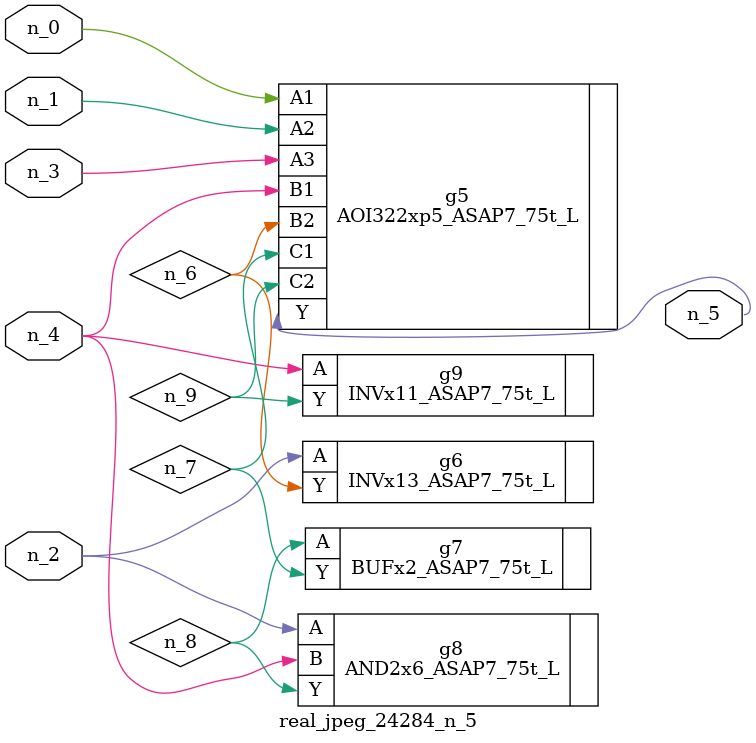
<source format=v>
module real_jpeg_24284_n_5 (n_4, n_0, n_1, n_2, n_3, n_5);

input n_4;
input n_0;
input n_1;
input n_2;
input n_3;

output n_5;

wire n_8;
wire n_6;
wire n_7;
wire n_9;

AOI322xp5_ASAP7_75t_L g5 ( 
.A1(n_0),
.A2(n_1),
.A3(n_3),
.B1(n_4),
.B2(n_6),
.C1(n_7),
.C2(n_9),
.Y(n_5)
);

INVx13_ASAP7_75t_L g6 ( 
.A(n_2),
.Y(n_6)
);

AND2x6_ASAP7_75t_L g8 ( 
.A(n_2),
.B(n_4),
.Y(n_8)
);

INVx11_ASAP7_75t_L g9 ( 
.A(n_4),
.Y(n_9)
);

BUFx2_ASAP7_75t_L g7 ( 
.A(n_8),
.Y(n_7)
);


endmodule
</source>
